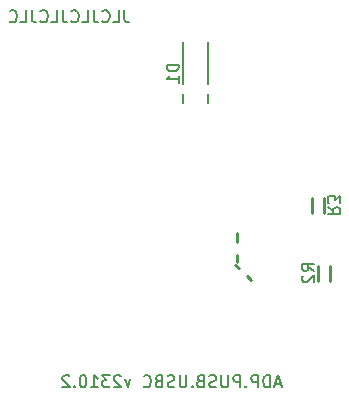
<source format=gbr>
%TF.GenerationSoftware,KiCad,Pcbnew,7.0.2*%
%TF.CreationDate,2023-11-10T23:30:57+01:00*%
%TF.ProjectId,PoweredUSB-Adapter,506f7765-7265-4645-9553-422d41646170,rev?*%
%TF.SameCoordinates,Original*%
%TF.FileFunction,Legend,Bot*%
%TF.FilePolarity,Positive*%
%FSLAX46Y46*%
G04 Gerber Fmt 4.6, Leading zero omitted, Abs format (unit mm)*
G04 Created by KiCad (PCBNEW 7.0.2) date 2023-11-10 23:30:57*
%MOMM*%
%LPD*%
G01*
G04 APERTURE LIST*
%ADD10C,0.254000*%
%ADD11C,0.203200*%
G04 APERTURE END LIST*
D10*
X124550000Y-83250000D02*
X124850000Y-83550000D01*
X123550000Y-82300000D02*
X123850000Y-82600000D01*
X123700000Y-81500000D02*
X123700000Y-82100000D01*
X123700000Y-80400000D02*
X123700000Y-79600000D01*
D11*
X127406476Y-92385375D02*
X126922666Y-92385375D01*
X127503238Y-92675660D02*
X127164571Y-91659660D01*
X127164571Y-91659660D02*
X126825904Y-92675660D01*
X126487238Y-92675660D02*
X126487238Y-91659660D01*
X126487238Y-91659660D02*
X126245333Y-91659660D01*
X126245333Y-91659660D02*
X126100190Y-91708041D01*
X126100190Y-91708041D02*
X126003428Y-91804803D01*
X126003428Y-91804803D02*
X125955047Y-91901565D01*
X125955047Y-91901565D02*
X125906666Y-92095089D01*
X125906666Y-92095089D02*
X125906666Y-92240232D01*
X125906666Y-92240232D02*
X125955047Y-92433756D01*
X125955047Y-92433756D02*
X126003428Y-92530518D01*
X126003428Y-92530518D02*
X126100190Y-92627280D01*
X126100190Y-92627280D02*
X126245333Y-92675660D01*
X126245333Y-92675660D02*
X126487238Y-92675660D01*
X125471238Y-92675660D02*
X125471238Y-91659660D01*
X125471238Y-91659660D02*
X125084190Y-91659660D01*
X125084190Y-91659660D02*
X124987428Y-91708041D01*
X124987428Y-91708041D02*
X124939047Y-91756422D01*
X124939047Y-91756422D02*
X124890666Y-91853184D01*
X124890666Y-91853184D02*
X124890666Y-91998327D01*
X124890666Y-91998327D02*
X124939047Y-92095089D01*
X124939047Y-92095089D02*
X124987428Y-92143470D01*
X124987428Y-92143470D02*
X125084190Y-92191851D01*
X125084190Y-92191851D02*
X125471238Y-92191851D01*
X124455238Y-92578899D02*
X124406857Y-92627280D01*
X124406857Y-92627280D02*
X124455238Y-92675660D01*
X124455238Y-92675660D02*
X124503619Y-92627280D01*
X124503619Y-92627280D02*
X124455238Y-92578899D01*
X124455238Y-92578899D02*
X124455238Y-92675660D01*
X123971428Y-92675660D02*
X123971428Y-91659660D01*
X123971428Y-91659660D02*
X123584380Y-91659660D01*
X123584380Y-91659660D02*
X123487618Y-91708041D01*
X123487618Y-91708041D02*
X123439237Y-91756422D01*
X123439237Y-91756422D02*
X123390856Y-91853184D01*
X123390856Y-91853184D02*
X123390856Y-91998327D01*
X123390856Y-91998327D02*
X123439237Y-92095089D01*
X123439237Y-92095089D02*
X123487618Y-92143470D01*
X123487618Y-92143470D02*
X123584380Y-92191851D01*
X123584380Y-92191851D02*
X123971428Y-92191851D01*
X122955428Y-91659660D02*
X122955428Y-92482137D01*
X122955428Y-92482137D02*
X122907047Y-92578899D01*
X122907047Y-92578899D02*
X122858666Y-92627280D01*
X122858666Y-92627280D02*
X122761904Y-92675660D01*
X122761904Y-92675660D02*
X122568380Y-92675660D01*
X122568380Y-92675660D02*
X122471618Y-92627280D01*
X122471618Y-92627280D02*
X122423237Y-92578899D01*
X122423237Y-92578899D02*
X122374856Y-92482137D01*
X122374856Y-92482137D02*
X122374856Y-91659660D01*
X121939428Y-92627280D02*
X121794285Y-92675660D01*
X121794285Y-92675660D02*
X121552380Y-92675660D01*
X121552380Y-92675660D02*
X121455618Y-92627280D01*
X121455618Y-92627280D02*
X121407237Y-92578899D01*
X121407237Y-92578899D02*
X121358856Y-92482137D01*
X121358856Y-92482137D02*
X121358856Y-92385375D01*
X121358856Y-92385375D02*
X121407237Y-92288613D01*
X121407237Y-92288613D02*
X121455618Y-92240232D01*
X121455618Y-92240232D02*
X121552380Y-92191851D01*
X121552380Y-92191851D02*
X121745904Y-92143470D01*
X121745904Y-92143470D02*
X121842666Y-92095089D01*
X121842666Y-92095089D02*
X121891047Y-92046708D01*
X121891047Y-92046708D02*
X121939428Y-91949946D01*
X121939428Y-91949946D02*
X121939428Y-91853184D01*
X121939428Y-91853184D02*
X121891047Y-91756422D01*
X121891047Y-91756422D02*
X121842666Y-91708041D01*
X121842666Y-91708041D02*
X121745904Y-91659660D01*
X121745904Y-91659660D02*
X121503999Y-91659660D01*
X121503999Y-91659660D02*
X121358856Y-91708041D01*
X120584761Y-92143470D02*
X120439618Y-92191851D01*
X120439618Y-92191851D02*
X120391237Y-92240232D01*
X120391237Y-92240232D02*
X120342856Y-92336994D01*
X120342856Y-92336994D02*
X120342856Y-92482137D01*
X120342856Y-92482137D02*
X120391237Y-92578899D01*
X120391237Y-92578899D02*
X120439618Y-92627280D01*
X120439618Y-92627280D02*
X120536380Y-92675660D01*
X120536380Y-92675660D02*
X120923428Y-92675660D01*
X120923428Y-92675660D02*
X120923428Y-91659660D01*
X120923428Y-91659660D02*
X120584761Y-91659660D01*
X120584761Y-91659660D02*
X120487999Y-91708041D01*
X120487999Y-91708041D02*
X120439618Y-91756422D01*
X120439618Y-91756422D02*
X120391237Y-91853184D01*
X120391237Y-91853184D02*
X120391237Y-91949946D01*
X120391237Y-91949946D02*
X120439618Y-92046708D01*
X120439618Y-92046708D02*
X120487999Y-92095089D01*
X120487999Y-92095089D02*
X120584761Y-92143470D01*
X120584761Y-92143470D02*
X120923428Y-92143470D01*
X119907428Y-92578899D02*
X119859047Y-92627280D01*
X119859047Y-92627280D02*
X119907428Y-92675660D01*
X119907428Y-92675660D02*
X119955809Y-92627280D01*
X119955809Y-92627280D02*
X119907428Y-92578899D01*
X119907428Y-92578899D02*
X119907428Y-92675660D01*
X119423618Y-91659660D02*
X119423618Y-92482137D01*
X119423618Y-92482137D02*
X119375237Y-92578899D01*
X119375237Y-92578899D02*
X119326856Y-92627280D01*
X119326856Y-92627280D02*
X119230094Y-92675660D01*
X119230094Y-92675660D02*
X119036570Y-92675660D01*
X119036570Y-92675660D02*
X118939808Y-92627280D01*
X118939808Y-92627280D02*
X118891427Y-92578899D01*
X118891427Y-92578899D02*
X118843046Y-92482137D01*
X118843046Y-92482137D02*
X118843046Y-91659660D01*
X118407618Y-92627280D02*
X118262475Y-92675660D01*
X118262475Y-92675660D02*
X118020570Y-92675660D01*
X118020570Y-92675660D02*
X117923808Y-92627280D01*
X117923808Y-92627280D02*
X117875427Y-92578899D01*
X117875427Y-92578899D02*
X117827046Y-92482137D01*
X117827046Y-92482137D02*
X117827046Y-92385375D01*
X117827046Y-92385375D02*
X117875427Y-92288613D01*
X117875427Y-92288613D02*
X117923808Y-92240232D01*
X117923808Y-92240232D02*
X118020570Y-92191851D01*
X118020570Y-92191851D02*
X118214094Y-92143470D01*
X118214094Y-92143470D02*
X118310856Y-92095089D01*
X118310856Y-92095089D02*
X118359237Y-92046708D01*
X118359237Y-92046708D02*
X118407618Y-91949946D01*
X118407618Y-91949946D02*
X118407618Y-91853184D01*
X118407618Y-91853184D02*
X118359237Y-91756422D01*
X118359237Y-91756422D02*
X118310856Y-91708041D01*
X118310856Y-91708041D02*
X118214094Y-91659660D01*
X118214094Y-91659660D02*
X117972189Y-91659660D01*
X117972189Y-91659660D02*
X117827046Y-91708041D01*
X117052951Y-92143470D02*
X116907808Y-92191851D01*
X116907808Y-92191851D02*
X116859427Y-92240232D01*
X116859427Y-92240232D02*
X116811046Y-92336994D01*
X116811046Y-92336994D02*
X116811046Y-92482137D01*
X116811046Y-92482137D02*
X116859427Y-92578899D01*
X116859427Y-92578899D02*
X116907808Y-92627280D01*
X116907808Y-92627280D02*
X117004570Y-92675660D01*
X117004570Y-92675660D02*
X117391618Y-92675660D01*
X117391618Y-92675660D02*
X117391618Y-91659660D01*
X117391618Y-91659660D02*
X117052951Y-91659660D01*
X117052951Y-91659660D02*
X116956189Y-91708041D01*
X116956189Y-91708041D02*
X116907808Y-91756422D01*
X116907808Y-91756422D02*
X116859427Y-91853184D01*
X116859427Y-91853184D02*
X116859427Y-91949946D01*
X116859427Y-91949946D02*
X116907808Y-92046708D01*
X116907808Y-92046708D02*
X116956189Y-92095089D01*
X116956189Y-92095089D02*
X117052951Y-92143470D01*
X117052951Y-92143470D02*
X117391618Y-92143470D01*
X115795046Y-92578899D02*
X115843427Y-92627280D01*
X115843427Y-92627280D02*
X115988570Y-92675660D01*
X115988570Y-92675660D02*
X116085332Y-92675660D01*
X116085332Y-92675660D02*
X116230475Y-92627280D01*
X116230475Y-92627280D02*
X116327237Y-92530518D01*
X116327237Y-92530518D02*
X116375618Y-92433756D01*
X116375618Y-92433756D02*
X116423999Y-92240232D01*
X116423999Y-92240232D02*
X116423999Y-92095089D01*
X116423999Y-92095089D02*
X116375618Y-91901565D01*
X116375618Y-91901565D02*
X116327237Y-91804803D01*
X116327237Y-91804803D02*
X116230475Y-91708041D01*
X116230475Y-91708041D02*
X116085332Y-91659660D01*
X116085332Y-91659660D02*
X115988570Y-91659660D01*
X115988570Y-91659660D02*
X115843427Y-91708041D01*
X115843427Y-91708041D02*
X115795046Y-91756422D01*
X114682285Y-91998327D02*
X114440380Y-92675660D01*
X114440380Y-92675660D02*
X114198475Y-91998327D01*
X113859809Y-91756422D02*
X113811428Y-91708041D01*
X113811428Y-91708041D02*
X113714666Y-91659660D01*
X113714666Y-91659660D02*
X113472761Y-91659660D01*
X113472761Y-91659660D02*
X113375999Y-91708041D01*
X113375999Y-91708041D02*
X113327618Y-91756422D01*
X113327618Y-91756422D02*
X113279237Y-91853184D01*
X113279237Y-91853184D02*
X113279237Y-91949946D01*
X113279237Y-91949946D02*
X113327618Y-92095089D01*
X113327618Y-92095089D02*
X113908190Y-92675660D01*
X113908190Y-92675660D02*
X113279237Y-92675660D01*
X112940571Y-91659660D02*
X112311618Y-91659660D01*
X112311618Y-91659660D02*
X112650285Y-92046708D01*
X112650285Y-92046708D02*
X112505142Y-92046708D01*
X112505142Y-92046708D02*
X112408380Y-92095089D01*
X112408380Y-92095089D02*
X112359999Y-92143470D01*
X112359999Y-92143470D02*
X112311618Y-92240232D01*
X112311618Y-92240232D02*
X112311618Y-92482137D01*
X112311618Y-92482137D02*
X112359999Y-92578899D01*
X112359999Y-92578899D02*
X112408380Y-92627280D01*
X112408380Y-92627280D02*
X112505142Y-92675660D01*
X112505142Y-92675660D02*
X112795428Y-92675660D01*
X112795428Y-92675660D02*
X112892190Y-92627280D01*
X112892190Y-92627280D02*
X112940571Y-92578899D01*
X111343999Y-92675660D02*
X111924571Y-92675660D01*
X111634285Y-92675660D02*
X111634285Y-91659660D01*
X111634285Y-91659660D02*
X111731047Y-91804803D01*
X111731047Y-91804803D02*
X111827809Y-91901565D01*
X111827809Y-91901565D02*
X111924571Y-91949946D01*
X110715047Y-91659660D02*
X110618285Y-91659660D01*
X110618285Y-91659660D02*
X110521523Y-91708041D01*
X110521523Y-91708041D02*
X110473142Y-91756422D01*
X110473142Y-91756422D02*
X110424761Y-91853184D01*
X110424761Y-91853184D02*
X110376380Y-92046708D01*
X110376380Y-92046708D02*
X110376380Y-92288613D01*
X110376380Y-92288613D02*
X110424761Y-92482137D01*
X110424761Y-92482137D02*
X110473142Y-92578899D01*
X110473142Y-92578899D02*
X110521523Y-92627280D01*
X110521523Y-92627280D02*
X110618285Y-92675660D01*
X110618285Y-92675660D02*
X110715047Y-92675660D01*
X110715047Y-92675660D02*
X110811809Y-92627280D01*
X110811809Y-92627280D02*
X110860190Y-92578899D01*
X110860190Y-92578899D02*
X110908571Y-92482137D01*
X110908571Y-92482137D02*
X110956952Y-92288613D01*
X110956952Y-92288613D02*
X110956952Y-92046708D01*
X110956952Y-92046708D02*
X110908571Y-91853184D01*
X110908571Y-91853184D02*
X110860190Y-91756422D01*
X110860190Y-91756422D02*
X110811809Y-91708041D01*
X110811809Y-91708041D02*
X110715047Y-91659660D01*
X109940952Y-92578899D02*
X109892571Y-92627280D01*
X109892571Y-92627280D02*
X109940952Y-92675660D01*
X109940952Y-92675660D02*
X109989333Y-92627280D01*
X109989333Y-92627280D02*
X109940952Y-92578899D01*
X109940952Y-92578899D02*
X109940952Y-92675660D01*
X109505523Y-91756422D02*
X109457142Y-91708041D01*
X109457142Y-91708041D02*
X109360380Y-91659660D01*
X109360380Y-91659660D02*
X109118475Y-91659660D01*
X109118475Y-91659660D02*
X109021713Y-91708041D01*
X109021713Y-91708041D02*
X108973332Y-91756422D01*
X108973332Y-91756422D02*
X108924951Y-91853184D01*
X108924951Y-91853184D02*
X108924951Y-91949946D01*
X108924951Y-91949946D02*
X108973332Y-92095089D01*
X108973332Y-92095089D02*
X109553904Y-92675660D01*
X109553904Y-92675660D02*
X108924951Y-92675660D01*
X114167809Y-60759660D02*
X114167809Y-61485375D01*
X114167809Y-61485375D02*
X114216190Y-61630518D01*
X114216190Y-61630518D02*
X114312952Y-61727280D01*
X114312952Y-61727280D02*
X114458095Y-61775660D01*
X114458095Y-61775660D02*
X114554857Y-61775660D01*
X113200190Y-61775660D02*
X113684000Y-61775660D01*
X113684000Y-61775660D02*
X113684000Y-60759660D01*
X112280952Y-61678899D02*
X112329333Y-61727280D01*
X112329333Y-61727280D02*
X112474476Y-61775660D01*
X112474476Y-61775660D02*
X112571238Y-61775660D01*
X112571238Y-61775660D02*
X112716381Y-61727280D01*
X112716381Y-61727280D02*
X112813143Y-61630518D01*
X112813143Y-61630518D02*
X112861524Y-61533756D01*
X112861524Y-61533756D02*
X112909905Y-61340232D01*
X112909905Y-61340232D02*
X112909905Y-61195089D01*
X112909905Y-61195089D02*
X112861524Y-61001565D01*
X112861524Y-61001565D02*
X112813143Y-60904803D01*
X112813143Y-60904803D02*
X112716381Y-60808041D01*
X112716381Y-60808041D02*
X112571238Y-60759660D01*
X112571238Y-60759660D02*
X112474476Y-60759660D01*
X112474476Y-60759660D02*
X112329333Y-60808041D01*
X112329333Y-60808041D02*
X112280952Y-60856422D01*
X111555238Y-60759660D02*
X111555238Y-61485375D01*
X111555238Y-61485375D02*
X111603619Y-61630518D01*
X111603619Y-61630518D02*
X111700381Y-61727280D01*
X111700381Y-61727280D02*
X111845524Y-61775660D01*
X111845524Y-61775660D02*
X111942286Y-61775660D01*
X110587619Y-61775660D02*
X111071429Y-61775660D01*
X111071429Y-61775660D02*
X111071429Y-60759660D01*
X109668381Y-61678899D02*
X109716762Y-61727280D01*
X109716762Y-61727280D02*
X109861905Y-61775660D01*
X109861905Y-61775660D02*
X109958667Y-61775660D01*
X109958667Y-61775660D02*
X110103810Y-61727280D01*
X110103810Y-61727280D02*
X110200572Y-61630518D01*
X110200572Y-61630518D02*
X110248953Y-61533756D01*
X110248953Y-61533756D02*
X110297334Y-61340232D01*
X110297334Y-61340232D02*
X110297334Y-61195089D01*
X110297334Y-61195089D02*
X110248953Y-61001565D01*
X110248953Y-61001565D02*
X110200572Y-60904803D01*
X110200572Y-60904803D02*
X110103810Y-60808041D01*
X110103810Y-60808041D02*
X109958667Y-60759660D01*
X109958667Y-60759660D02*
X109861905Y-60759660D01*
X109861905Y-60759660D02*
X109716762Y-60808041D01*
X109716762Y-60808041D02*
X109668381Y-60856422D01*
X108942667Y-60759660D02*
X108942667Y-61485375D01*
X108942667Y-61485375D02*
X108991048Y-61630518D01*
X108991048Y-61630518D02*
X109087810Y-61727280D01*
X109087810Y-61727280D02*
X109232953Y-61775660D01*
X109232953Y-61775660D02*
X109329715Y-61775660D01*
X107975048Y-61775660D02*
X108458858Y-61775660D01*
X108458858Y-61775660D02*
X108458858Y-60759660D01*
X107055810Y-61678899D02*
X107104191Y-61727280D01*
X107104191Y-61727280D02*
X107249334Y-61775660D01*
X107249334Y-61775660D02*
X107346096Y-61775660D01*
X107346096Y-61775660D02*
X107491239Y-61727280D01*
X107491239Y-61727280D02*
X107588001Y-61630518D01*
X107588001Y-61630518D02*
X107636382Y-61533756D01*
X107636382Y-61533756D02*
X107684763Y-61340232D01*
X107684763Y-61340232D02*
X107684763Y-61195089D01*
X107684763Y-61195089D02*
X107636382Y-61001565D01*
X107636382Y-61001565D02*
X107588001Y-60904803D01*
X107588001Y-60904803D02*
X107491239Y-60808041D01*
X107491239Y-60808041D02*
X107346096Y-60759660D01*
X107346096Y-60759660D02*
X107249334Y-60759660D01*
X107249334Y-60759660D02*
X107104191Y-60808041D01*
X107104191Y-60808041D02*
X107055810Y-60856422D01*
X106330096Y-60759660D02*
X106330096Y-61485375D01*
X106330096Y-61485375D02*
X106378477Y-61630518D01*
X106378477Y-61630518D02*
X106475239Y-61727280D01*
X106475239Y-61727280D02*
X106620382Y-61775660D01*
X106620382Y-61775660D02*
X106717144Y-61775660D01*
X105362477Y-61775660D02*
X105846287Y-61775660D01*
X105846287Y-61775660D02*
X105846287Y-60759660D01*
X104443239Y-61678899D02*
X104491620Y-61727280D01*
X104491620Y-61727280D02*
X104636763Y-61775660D01*
X104636763Y-61775660D02*
X104733525Y-61775660D01*
X104733525Y-61775660D02*
X104878668Y-61727280D01*
X104878668Y-61727280D02*
X104975430Y-61630518D01*
X104975430Y-61630518D02*
X105023811Y-61533756D01*
X105023811Y-61533756D02*
X105072192Y-61340232D01*
X105072192Y-61340232D02*
X105072192Y-61195089D01*
X105072192Y-61195089D02*
X105023811Y-61001565D01*
X105023811Y-61001565D02*
X104975430Y-60904803D01*
X104975430Y-60904803D02*
X104878668Y-60808041D01*
X104878668Y-60808041D02*
X104733525Y-60759660D01*
X104733525Y-60759660D02*
X104636763Y-60759660D01*
X104636763Y-60759660D02*
X104491620Y-60808041D01*
X104491620Y-60808041D02*
X104443239Y-60856422D01*
%TO.C,R2*%
X130220020Y-82830667D02*
X129736211Y-82492000D01*
X130220020Y-82250095D02*
X129204020Y-82250095D01*
X129204020Y-82250095D02*
X129204020Y-82637143D01*
X129204020Y-82637143D02*
X129252401Y-82733905D01*
X129252401Y-82733905D02*
X129300782Y-82782286D01*
X129300782Y-82782286D02*
X129397544Y-82830667D01*
X129397544Y-82830667D02*
X129542687Y-82830667D01*
X129542687Y-82830667D02*
X129639449Y-82782286D01*
X129639449Y-82782286D02*
X129687830Y-82733905D01*
X129687830Y-82733905D02*
X129736211Y-82637143D01*
X129736211Y-82637143D02*
X129736211Y-82250095D01*
X129300782Y-83217714D02*
X129252401Y-83266095D01*
X129252401Y-83266095D02*
X129204020Y-83362857D01*
X129204020Y-83362857D02*
X129204020Y-83604762D01*
X129204020Y-83604762D02*
X129252401Y-83701524D01*
X129252401Y-83701524D02*
X129300782Y-83749905D01*
X129300782Y-83749905D02*
X129397544Y-83798286D01*
X129397544Y-83798286D02*
X129494306Y-83798286D01*
X129494306Y-83798286D02*
X129639449Y-83749905D01*
X129639449Y-83749905D02*
X130220020Y-83169333D01*
X130220020Y-83169333D02*
X130220020Y-83798286D01*
%TO.C,R3*%
X131379979Y-77419332D02*
X131863788Y-77757999D01*
X131379979Y-77999904D02*
X132395979Y-77999904D01*
X132395979Y-77999904D02*
X132395979Y-77612856D01*
X132395979Y-77612856D02*
X132347598Y-77516094D01*
X132347598Y-77516094D02*
X132299217Y-77467713D01*
X132299217Y-77467713D02*
X132202455Y-77419332D01*
X132202455Y-77419332D02*
X132057312Y-77419332D01*
X132057312Y-77419332D02*
X131960550Y-77467713D01*
X131960550Y-77467713D02*
X131912169Y-77516094D01*
X131912169Y-77516094D02*
X131863788Y-77612856D01*
X131863788Y-77612856D02*
X131863788Y-77999904D01*
X132395979Y-77080666D02*
X132395979Y-76451713D01*
X132395979Y-76451713D02*
X132008931Y-76790380D01*
X132008931Y-76790380D02*
X132008931Y-76645237D01*
X132008931Y-76645237D02*
X131960550Y-76548475D01*
X131960550Y-76548475D02*
X131912169Y-76500094D01*
X131912169Y-76500094D02*
X131815407Y-76451713D01*
X131815407Y-76451713D02*
X131573502Y-76451713D01*
X131573502Y-76451713D02*
X131476740Y-76500094D01*
X131476740Y-76500094D02*
X131428360Y-76548475D01*
X131428360Y-76548475D02*
X131379979Y-76645237D01*
X131379979Y-76645237D02*
X131379979Y-76935523D01*
X131379979Y-76935523D02*
X131428360Y-77032285D01*
X131428360Y-77032285D02*
X131476740Y-77080666D01*
%TO.C,D1*%
X118754220Y-65350095D02*
X117738220Y-65350095D01*
X117738220Y-65350095D02*
X117738220Y-65592000D01*
X117738220Y-65592000D02*
X117786601Y-65737143D01*
X117786601Y-65737143D02*
X117883363Y-65833905D01*
X117883363Y-65833905D02*
X117980125Y-65882286D01*
X117980125Y-65882286D02*
X118173649Y-65930667D01*
X118173649Y-65930667D02*
X118318792Y-65930667D01*
X118318792Y-65930667D02*
X118512316Y-65882286D01*
X118512316Y-65882286D02*
X118609078Y-65833905D01*
X118609078Y-65833905D02*
X118705840Y-65737143D01*
X118705840Y-65737143D02*
X118754220Y-65592000D01*
X118754220Y-65592000D02*
X118754220Y-65350095D01*
X118754220Y-66898286D02*
X118754220Y-66317714D01*
X118754220Y-66608000D02*
X117738220Y-66608000D01*
X117738220Y-66608000D02*
X117883363Y-66511238D01*
X117883363Y-66511238D02*
X117980125Y-66414476D01*
X117980125Y-66414476D02*
X118028506Y-66317714D01*
D10*
%TO.C,R2*%
X130542000Y-83635000D02*
X130542000Y-82365000D01*
X131558000Y-83635000D02*
X131558000Y-82365000D01*
%TO.C,R3*%
X131058000Y-76615000D02*
X131058000Y-77885000D01*
X130042000Y-76615000D02*
X130042000Y-77885000D01*
D11*
%TO.C,D1*%
X119117400Y-68590800D02*
X119117400Y-67828800D01*
X121251000Y-68565400D02*
X121251000Y-67803400D01*
X119117400Y-67016000D02*
X119117400Y-63409200D01*
X121251000Y-63409200D02*
X121251000Y-67016000D01*
%TD*%
M02*

</source>
